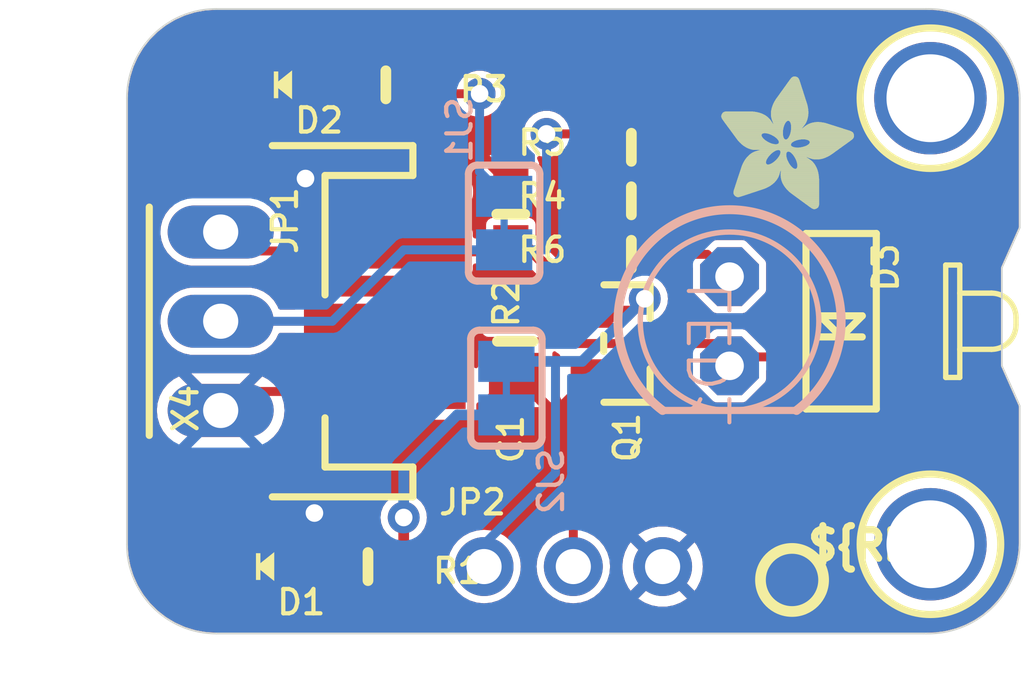
<source format=kicad_pcb>
(kicad_pcb (version 20221018) (generator pcbnew)
  (layers (0 "F.Cu" signal) (1 "In1.Cu" signal) (2 "In2.Cu" signal) (3 "In3.Cu" signal) (4 "In4.Cu" signal) (5 "In5.Cu" signal) (6 "In6.Cu" signal) (7 "In7.Cu" signal) (8 "In8.Cu" signal) (9 "In9.Cu" signal) (10 "In10.Cu" signal) (11 "In11.Cu" signal) (12 "In12.Cu" signal) (13 "In13.Cu" signal) (14 "In14.Cu" signal) (31 "B.Cu" signal) (34 "B.Paste" user) (35 "F.Paste" user) (36 "B.SilkS" user "B.Silkscreen") (37 "F.SilkS" user "F.Silkscreen") (38 "B.Mask" user) (39 "F.Mask" user) (44 "Edge.Cuts" user))
  (net 0 "")
  (net 1 "GND")
  (net 2 "SIGNAL")
  (net 3 "N$26")
  (net 4 "VIN")
  (net 5 "N$1")
  (net 6 "N$3")
  (net 7 "N$2")
  (net 8 "N$4")
  (net 9 "N$5")
  (net 10 "N$6")
  (net 11 "N$7")
  (footprint "working:SOT23-WIDE" (layer "F.Cu") (at 150.0251 105.6386 -90)
    (fp_text reference "Q1" (at 1.905 0 90) (layer "F.SilkS") (effects (font (size 0.692831 0.692831) (thickness 0.119969)) (justify right)))
    (fp_text value "AO3406")
    (pad "1" smd rect (at -0.95 1 270) (size 1 1.2) (layers "F.Cu" "F.Paste" "F.Mask") (net 2 "SIGNAL"))
    (pad "2" smd rect (at 0.95 1 270) (size 1 1.2) (layers "F.Cu" "F.Paste" "F.Mask") (net 1 "GND"))
    (pad "3" smd rect (at 0 -1 270) (size 1 1.2) (layers "F.Cu" "F.Paste" "F.Mask") (net 8 "N$4"))
  )
  (footprint "working:FIDUCIAL_1MM" (layer "F.Cu") (at 160.2486 108.4961)
    (fp_text reference "FID3" hide)
    (fp_text value "FIDUCIAL_1MM" hide)
    (pad "1" smd roundrect (at 0 0) (size 1 1) (layers "F.Cu" "F.Mask") (roundrect_rratio 0.5))
  )
  (footprint "working:PLABEL1" (layer "F.Cu") (at 136.3091 112.3696)
    (fp_text reference "PLABEL1" hide)
    (fp_text value "" hide)
  )
  (footprint "working:CHIPLED_1206" (layer "F.Cu") (at 156.1211 105.0036 180)
    (fp_text reference "D3" (at -1.27 2.286 90) (layer "F.SilkS") (effects (font (size 0.692831 0.692831) (thickness 0.119969)) (justify right)))
    (fp_text value "1206 IR 940nm")
    (pad "A" smd rect (at 0 1.496 180) (size 1.5 1.5) (layers "F.Cu" "F.Paste" "F.Mask") (net 9 "N$5"))
    (pad "C" smd rect (at 0 -1.496 180) (size 1.5 1.5) (layers "F.Cu" "F.Paste" "F.Mask") (net 8 "N$4"))
  )
  (footprint "working:PLABEL2" (layer "F.Cu") (at 145.4531 110.9726)
    (fp_text reference "PLABEL2" hide)
    (fp_text value "" hide)
  )
  (footprint "working:JSTPH3" (layer "F.Cu") (at 140.4366 105.0036 90)
    (fp_text reference "X4" (at -3.2225 -2.9685 90) (layer "F.SilkS") (effects (font (size 0.692831 0.692831) (thickness 0.119969)) (justify left)))
    (fp_text value "JST PH 3")
    (pad "1" smd rect (at -2 2.7 90) (size 1 4.6) (layers "F.Cu" "F.Paste" "F.Mask") (net 1 "GND"))
    (pad "2" smd rect (at 0 2.7 90) (size 1 4.6) (layers "F.Cu" "F.Paste" "F.Mask") (net 4 "VIN"))
    (pad "3" smd rect (at 2 2.7 90) (size 1 4.6) (layers "F.Cu" "F.Paste" "F.Mask") (net 2 "SIGNAL"))
    (pad "NC1" smd rect (at -4.4 -2.5 180) (size 3.4 1.6) (layers "F.Cu" "F.Paste" "F.Mask"))
    (pad "NC2" smd rect (at 4.4 -2.5 180) (size 3.4 1.6) (layers "F.Cu" "F.Paste" "F.Mask"))
  )
  (footprint "working:0603-NO" (layer "F.Cu") (at 150.1521 103.0986 180)
    (fp_text reference "R6" (at 1.778 0.127) (layer "F.SilkS") (effects (font (size 0.692831 0.692831) (thickness 0.119969)) (justify right)))
    (fp_text value "22")
    (pad "1" smd rect (at -0.85 0 180) (size 1.075 1) (layers "F.Cu" "F.Paste" "F.Mask") (net 11 "N$7"))
    (pad "2" smd rect (at 0.85 0 180) (size 1.075 1) (layers "F.Cu" "F.Paste" "F.Mask") (net 4 "VIN"))
  )
  (footprint "working:0603-NO" (layer "F.Cu") (at 142.6591 111.9886)
    (fp_text reference "R1" (at 1.778 0.127) (layer "F.SilkS") (effects (font (size 0.692831 0.692831) (thickness 0.119969)) (justify left)))
    (fp_text value "10K")
    (pad "1" smd rect (at -0.85 0) (size 1.075 1) (layers "F.Cu" "F.Paste" "F.Mask") (net 7 "N$2"))
    (pad "2" smd rect (at 0.85 0) (size 1.075 1) (layers "F.Cu" "F.Paste" "F.Mask") (net 6 "N$3"))
  )
  (footprint "working:LED_1206_SIDE" (layer "F.Cu") (at 159.2961 105.0036 90)
    (fp_text reference "D4" hide)
    (fp_text value "1206 IR 940nm Side" hide)
    (pad "A" smd rect (at 1.4 0 90) (size 1 1) (layers "F.Cu" "F.Paste" "F.Mask") (net 10 "N$6"))
    (pad "C" smd rect (at -1.4 0 90) (size 1 1) (layers "F.Cu" "F.Paste" "F.Mask") (net 8 "N$4"))
    (pad "MT" smd rect (at 0 -0.3 90) (size 0.6 0.6) (layers "F.Cu" "F.Paste" "F.Mask"))
  )
  (footprint "working:PLABEL3" (layer "F.Cu") (at 146.8501 99.4156)
    (fp_text reference "PLABEL3" hide)
    (fp_text value "" hide)
  )
  (footprint "working:CHIPLED_0603_NOOUTLINE" (layer "F.Cu") (at 139.7381 111.9886 90)
    (fp_text reference "D1" (at -1.016 1.778) (layer "F.SilkS") (effects (font (size 0.692831 0.692831) (thickness 0.119969)) (justify right)))
    (fp_text value "RED")
    (pad "A" smd rect (at 0 0.75 90) (size 0.8 0.8) (layers "F.Cu" "F.Paste" "F.Mask") (net 7 "N$2"))
    (pad "C" smd rect (at 0 -0.75 90) (size 0.8 0.8) (layers "F.Cu" "F.Paste" "F.Mask") (net 1 "GND"))
  )
  (footprint "working:0805-NO" (layer "F.Cu") (at 146.8501 105.5751 -90)
    (fp_text reference "C1" (at 2.032 0.127 90) (layer "F.SilkS") (effects (font (size 0.692831 0.692831) (thickness 0.119969)) (justify right)))
    (fp_text value "10uF")
    (pad "1" smd rect (at -0.95 0 270) (size 1.24 1.5) (layers "F.Cu" "F.Paste" "F.Mask") (net 4 "VIN"))
    (pad "2" smd rect (at 0.95 0 270) (size 1.24 1.5) (layers "F.Cu" "F.Paste" "F.Mask") (net 1 "GND"))
  )
  (footprint "working:PLABEL0" (layer "F.Cu") (at 136.4361 98.7806)
    (fp_text reference "PLABEL0" hide)
    (fp_text value "" hide)
  )
  (footprint "working:MOUNTINGHOLE_2.5_PLATED" (layer "F.Cu") (at 158.6611 111.3536)
    (fp_text reference "U$1" hide)
    (fp_text value "MOUNTINGHOLE2.5" hide)
    (pad "P$1" thru_hole circle (at 0 0) (size 3.2 3.2) (drill 2.5) (layers "*.Cu" "*.Mask"))
    (zone (net 0) (net_name "") (layer "F.Cu") (connect_pads (clearance 0)) (min_thickness 0.25)
      (keepout (tracks not_allowed) (vias not_allowed) (pads not_allowed) (copperpour not_allowed) (footprints allowed))
      (fill (thermal_gap 0.5) (thermal_bridge_width 0.5))
      (polygon (pts (xy 160.6771 111.3536) (xy 160.65748 111.073027) (xy 160.599004 110.797915) (xy 160.502808 110.533619) (xy 160.370765 110.285283) (xy 160.205446 110.05774) (xy 160.010067 109.85542) (xy 159.788433 109.68226) (xy 159.544856 109.541631) (xy 159.284078 109.43627) (xy 159.011175 109.368228) (xy 158.731457 109.338828) (xy 158.450371 109.348644) (xy 158.173385 109.397484) (xy 157.905893 109.484397) (xy 157.6531 109.607693) (xy 157.419926 109.76497) (xy 157.210911 109.953169) (xy 157.030122 110.168625) (xy 156.881078 110.407145) (xy 156.76668 110.664087) (xy 156.689154 110.93445) (xy 156.650011 111.212971) (xy 156.650011 111.494229) (xy 156.689154 111.77275) (xy 156.76668 112.043113) (xy 156.881078 112.300055) (xy 157.030122 112.538575) (xy 157.210911 112.754031) (xy 157.419926 112.94223) (xy 157.6531 113.099507) (xy 157.905893 113.222803) (xy 158.173385 113.309716) (xy 158.450371 113.358556) (xy 158.731457 113.368372) (xy 159.011175 113.338972) (xy 159.284078 113.27093) (xy 159.544856 113.165569) (xy 159.788433 113.02494) (xy 160.010067 112.85178) (xy 160.205446 112.64946) (xy 160.370765 112.421917) (xy 160.502808 112.173581) (xy 160.599004 111.909285) (xy 160.65748 111.634173)))
      (polygon (pts (xy 158.6451 111.3536) (xy 158.649786 111.364914) (xy 158.6611 111.3696) (xy 158.672414 111.364914) (xy 158.6771 111.3536) (xy 158.672414 111.342286) (xy 158.6611 111.3376) (xy 158.649786 111.342286)))
    )
    (zone (net 0) (net_name "") (layer "B.Cu") (connect_pads (clearance 0)) (min_thickness 0.25)
      (keepout (tracks not_allowed) (vias not_allowed) (pads not_allowed) (copperpour not_allowed) (footprints allowed))
      (fill (thermal_gap 0.5) (thermal_bridge_width 0.5))
      (polygon (pts (xy 160.6771 111.3536) (xy 160.65748 111.073027) (xy 160.599004 110.797915) (xy 160.502808 110.533619) (xy 160.370765 110.285283) (xy 160.205446 110.05774) (xy 160.010067 109.85542) (xy 159.788433 109.68226) (xy 159.544856 109.541631) (xy 159.284078 109.43627) (xy 159.011175 109.368228) (xy 158.731457 109.338828) (xy 158.450371 109.348644) (xy 158.173385 109.397484) (xy 157.905893 109.484397) (xy 157.6531 109.607693) (xy 157.419926 109.76497) (xy 157.210911 109.953169) (xy 157.030122 110.168625) (xy 156.881078 110.407145) (xy 156.76668 110.664087) (xy 156.689154 110.93445) (xy 156.650011 111.212971) (xy 156.650011 111.494229) (xy 156.689154 111.77275) (xy 156.76668 112.043113) (xy 156.881078 112.300055) (xy 157.030122 112.538575) (xy 157.210911 112.754031) (xy 157.419926 112.94223) (xy 157.6531 113.099507) (xy 157.905893 113.222803) (xy 158.173385 113.309716) (xy 158.450371 113.358556) (xy 158.731457 113.368372) (xy 159.011175 113.338972) (xy 159.284078 113.27093) (xy 159.544856 113.165569) (xy 159.788433 113.02494) (xy 160.010067 112.85178) (xy 160.205446 112.64946) (xy 160.370765 112.421917) (xy 160.502808 112.173581) (xy 160.599004 111.909285) (xy 160.65748 111.634173)))
      (polygon (pts (xy 158.6451 111.3536) (xy 158.649786 111.364914) (xy 158.6611 111.3696) (xy 158.672414 111.364914) (xy 158.6771 111.3536) (xy 158.672414 111.342286) (xy 158.6611 111.3376) (xy 158.649786 111.342286)))
    )
  )
  (footprint "working:PCBFEAT-REV-040" (layer "F.Cu") (at 154.7241 112.3696 180)
    (fp_text reference "U$5" hide)
    (fp_text value "" hide)
    (fp_text user "${REV}" (at -0.3556 0.508 180) (layer "F.SilkS") (effects (font (size 0.8128 0.8128) (thickness 0.2032)) (justify left bottom)))
  )
  (footprint "working:0603-NO" (layer "F.Cu") (at 150.1521 101.5746 180)
    (fp_text reference "R4" (at 1.778 0.127) (layer "F.SilkS") (effects (font (size 0.692831 0.692831) (thickness 0.119969)) (justify right)))
    (fp_text value "22")
    (pad "1" smd rect (at -0.85 0 180) (size 1.075 1) (layers "F.Cu" "F.Paste" "F.Mask") (net 9 "N$5"))
    (pad "2" smd rect (at 0.85 0 180) (size 1.075 1) (layers "F.Cu" "F.Paste" "F.Mask") (net 4 "VIN"))
  )
  (footprint "working:CHIPLED_0603_NOOUTLINE" (layer "F.Cu") (at 140.2461 98.2726 90)
    (fp_text reference "D2" (at -1.016 1.778) (layer "F.SilkS") (effects (font (size 0.692831 0.692831) (thickness 0.119969)) (justify right)))
    (fp_text value "GREEN")
    (pad "A" smd rect (at 0 0.75 90) (size 0.8 0.8) (layers "F.Cu" "F.Paste" "F.Mask") (net 3 "N$26"))
    (pad "C" smd rect (at 0 -0.75 90) (size 0.8 0.8) (layers "F.Cu" "F.Paste" "F.Mask") (net 1 "GND"))
  )
  (footprint "working:FIDUCIAL_1MM" (layer "F.Cu") (at 144.9451 101.3206)
    (fp_text reference "FID2" hide)
    (fp_text value "FIDUCIAL_1MM" hide)
    (pad "1" smd roundrect (at 0 0) (size 1 1) (layers "F.Cu" "F.Mask") (roundrect_rratio 0.5))
  )
  (footprint "working:MOUNTINGHOLE_2.5_PLATED" (layer "F.Cu") (at 158.6611 98.6536)
    (fp_text reference "U$8" hide)
    (fp_text value "MOUNTINGHOLE2.5" hide)
    (pad "P$1" thru_hole circle (at 0 0) (size 3.2 3.2) (drill 2.5) (layers "*.Cu" "*.Mask"))
    (zone (net 0) (net_name "") (layer "F.Cu") (connect_pads (clearance 0)) (min_thickness 0.25)
      (keepout (tracks not_allowed) (vias not_allowed) (pads not_allowed) (copperpour not_allowed) (footprints allowed))
      (fill (thermal_gap 0.5) (thermal_bridge_width 0.5))
      (polygon (pts (xy 160.6771 98.6536) (xy 160.65748 98.373027) (xy 160.599004 98.097915) (xy 160.502808 97.833619) (xy 160.370765 97.585283) (xy 160.205446 97.35774) (xy 160.010067 97.15542) (xy 159.788433 96.98226) (xy 159.544856 96.841631) (xy 159.284078 96.73627) (xy 159.011175 96.668228) (xy 158.731457 96.638828) (xy 158.450371 96.648644) (xy 158.173385 96.697484) (xy 157.905893 96.784397) (xy 157.6531 96.907693) (xy 157.419926 97.06497) (xy 157.210911 97.253169) (xy 157.030122 97.468625) (xy 156.881078 97.707145) (xy 156.76668 97.964087) (xy 156.689154 98.23445) (xy 156.650011 98.512971) (xy 156.650011 98.794229) (xy 156.689154 99.07275) (xy 156.76668 99.343113) (xy 156.881078 99.600055) (xy 157.030122 99.838575) (xy 157.210911 100.054031) (xy 157.419926 100.24223) (xy 157.6531 100.399507) (xy 157.905893 100.522803) (xy 158.173385 100.609716) (xy 158.450371 100.658556) (xy 158.731457 100.668372) (xy 159.011175 100.638972) (xy 159.284078 100.57093) (xy 159.544856 100.465569) (xy 159.788433 100.32494) (xy 160.010067 100.15178) (xy 160.205446 99.94946) (xy 160.370765 99.721917) (xy 160.502808 99.473581) (xy 160.599004 99.209285) (xy 160.65748 98.934173)))
      (polygon (pts (xy 158.6451 98.6536) (xy 158.649786 98.664914) (xy 158.6611 98.6696) (xy 158.672414 98.664914) (xy 158.6771 98.6536) (xy 158.672414 98.642286) (xy 158.6611 98.6376) (xy 158.649786 98.642286)))
    )
    (zone (net 0) (net_name "") (layer "B.Cu") (connect_pads (clearance 0)) (min_thickness 0.25)
      (keepout (tracks not_allowed) (vias not_allowed) (pads not_allowed) (copperpour not_allowed) (footprints allowed))
      (fill (thermal_gap 0.5) (thermal_bridge_width 0.5))
      (polygon (pts (xy 160.6771 98.6536) (xy 160.65748 98.373027) (xy 160.599004 98.097915) (xy 160.502808 97.833619) (xy 160.370765 97.585283) (xy 160.205446 97.35774) (xy 160.010067 97.15542) (xy 159.788433 96.98226) (xy 159.544856 96.841631) (xy 159.284078 96.73627) (xy 159.011175 96.668228) (xy 158.731457 96.638828) (xy 158.450371 96.648644) (xy 158.173385 96.697484) (xy 157.905893 96.784397) (xy 157.6531 96.907693) (xy 157.419926 97.06497) (xy 157.210911 97.253169) (xy 157.030122 97.468625) (xy 156.881078 97.707145) (xy 156.76668 97.964087) (xy 156.689154 98.23445) (xy 156.650011 98.512971) (xy 156.650011 98.794229) (xy 156.689154 99.07275) (xy 156.76668 99.343113) (xy 156.881078 99.600055) (xy 157.030122 99.838575) (xy 157.210911 100.054031) (xy 157.419926 100.24223) (xy 157.6531 100.399507) (xy 157.905893 100.522803) (xy 158.173385 100.609716) (xy 158.450371 100.658556) (xy 158.731457 100.668372) (xy 159.011175 100.638972) (xy 159.284078 100.57093) (xy 159.544856 100.465569) (xy 159.788433 100.32494) (xy 160.010067 100.15178) (xy 160.205446 99.94946) (xy 160.370765 99.721917) (xy 160.502808 99.473581) (xy 160.599004 99.209285) (xy 160.65748 98.934173)))
      (polygon (pts (xy 158.6451 98.6536) (xy 158.649786 98.664914) (xy 158.6611 98.6696) (xy 158.672414 98.664914) (xy 158.6771 98.6536) (xy 158.672414 98.642286) (xy 158.6611 98.6376) (xy 158.649786 98.642286)))
    )
  )
  (footprint "working:1X03_OVAL" (layer "F.Cu") (at 138.4681 105.0036 -90)
    (fp_text reference "JP1" (at -3.8862 -1.8288 90) (layer "F.SilkS") (effects (font (size 0.692831 0.692831) (thickness 0.119969)) (justify right)))
    (fp_text value "0.1\" Header")
    (pad "1" thru_hole oval (at -2.54 0) (size 3.016 1.508) (drill 1) (layers "*.Cu" "*.Mask") (net 2 "SIGNAL"))
    (pad "2" thru_hole oval (at 0 0) (size 3.016 1.508) (drill 1) (layers "*.Cu" "*.Mask") (net 4 "VIN"))
    (pad "3" thru_hole oval (at 2.54 0) (size 3.016 1.508) (drill 1) (layers "*.Cu" "*.Mask") (net 1 "GND"))
  )
  (footprint "working:0603-NO" (layer "F.Cu") (at 143.1671 98.2726)
    (fp_text reference "R3" (at 2.032 0.127) (layer "F.SilkS") (effects (font (size 0.692831 0.692831) (thickness 0.119969)) (justify left)))
    (fp_text value "33K")
    (pad "1" smd rect (at -0.85 0) (size 1.075 1) (layers "F.Cu" "F.Paste" "F.Mask") (net 3 "N$26"))
    (pad "2" smd rect (at 0.85 0) (size 1.075 1) (layers "F.Cu" "F.Paste" "F.Mask") (net 5 "N$1"))
  )
  (footprint "working:1X03_ROUND" (layer "F.Cu") (at 148.5011 111.9886)
    (fp_text reference "JP2" (at -3.8862 -1.8288) (layer "F.SilkS") (effects (font (size 0.692831 0.692831) (thickness 0.119969)) (justify left)))
    (fp_text value "0.1\" Header")
    (pad "1" thru_hole circle (at -2.54 0 90) (size 1.6764 1.6764) (drill 1) (layers "*.Cu" "*.Mask") (net 2 "SIGNAL"))
    (pad "2" thru_hole circle (at 0 0 90) (size 1.6764 1.6764) (drill 1) (layers "*.Cu" "*.Mask") (net 4 "VIN"))
    (pad "3" thru_hole circle (at 2.54 0 90) (size 1.6764 1.6764) (drill 1) (layers "*.Cu" "*.Mask") (net 1 "GND"))
  )
  (footprint "working:0603-NO" (layer "F.Cu") (at 150.1521 100.0506 180)
    (fp_text reference "R5" (at 1.778 0.127) (layer "F.SilkS") (effects (font (size 0.692831 0.692831) (thickness 0.119969)) (justify right)))
    (fp_text value "22")
    (pad "1" smd rect (at -0.85 0 180) (size 1.075 1) (layers "F.Cu" "F.Paste" "F.Mask") (net 10 "N$6"))
    (pad "2" smd rect (at 0.85 0 180) (size 1.075 1) (layers "F.Cu" "F.Paste" "F.Mask") (net 4 "VIN"))
  )
  (footprint "working:0603-NO" (layer "F.Cu") (at 146.7231 101.9556 -90)
    (fp_text reference "R2" (at 1.778 0.127 90) (layer "F.SilkS") (effects (font (size 0.692831 0.692831) (thickness 0.119969)) (justify right)))
    (fp_text value "10K")
    (pad "1" smd rect (at -0.85 0 270) (size 1.075 1) (layers "F.Cu" "F.Paste" "F.Mask") (net 1 "GND"))
    (pad "2" smd rect (at 0.85 0 270) (size 1.075 1) (layers "F.Cu" "F.Paste" "F.Mask") (net 2 "SIGNAL"))
  )
  (footprint "working:ADAFRUIT_3.5MM" (layer "F.Cu") (at 152.6921 101.8286)
    (fp_text reference "U$10" hide)
    (fp_text value "" hide)
  )
  (footprint "working:PLABEL11" (layer "B.Cu") (at 137.8331 99.6696 180)
    (fp_text reference "PLABEL11" hide)
    (fp_text value "" hide)
  )
  (footprint "working:PLABEL13" (layer "B.Cu") (at 147.2311 110.4646 180)
    (fp_text reference "PLABEL13" hide)
    (fp_text value "" hide)
  )
  (footprint "working:SOLDERJUMPER_CLOSEDWIRE" (layer "B.Cu") (at 146.5326 102.2096 -90)
    (fp_text reference "SJ1" (at -1.651 1.27 -270) (layer "B.SilkS") (effects (font (size 0.692831 0.692831) (thickness 0.119969)) (justify right mirror)))
    (fp_text value "")
    (pad "1" smd rect (at -0.762 0 270) (size 1.1684 1.6002) (layers "B.Cu") (net 5 "N$1"))
    (pad "2" smd rect (at 0.762 0 270) (size 1.1684 1.6002) (layers "B.Cu") (net 4 "VIN"))
    (pad "WIRE" smd rect (at 0 0 90) (size 0.635 0.2032) (layers "B.Cu"))
  )
  (footprint "working:PLABEL6" (layer "B.Cu") (at 147.8661 103.3526 90)
    (fp_text reference "PLABEL6" hide)
    (fp_text value "" hide)
  )
  (footprint "working:PLABEL9" (layer "B.Cu") (at 140.2461 107.5436 180)
    (fp_text reference "PLABEL9" hide)
    (fp_text value "" hide)
  )
  (footprint "working:LED5MM" (layer "B.Cu") (at 152.9461 105.0036 -90)
    (fp_text reference "LED1" (at 3.175 0.5334 -270) (layer "B.SilkS") (effects (font (size 1.1557 1.1557) (thickness 0.1143)) (justify right mirror)))
    (fp_text value "5mm")
    (pad "A" thru_hole roundrect (at -1.27 0 270) (size 1.6764 1.6764) (drill 0.8128) (layers "*.Cu" "*.Mask") (chamfer_ratio 0.2928932188) (chamfer top_left top_right bottom_left bottom_right) (net 11 "N$7"))
    (pad "K" thru_hole roundrect (at 1.27 0 270) (size 1.6764 1.6764) (drill 0.8128) (layers "*.Cu" "*.Mask") (chamfer_ratio 0.2928932188) (chamfer top_left top_right bottom_left bottom_right) (net 8 "N$4"))
  )
  (footprint "working:PLABEL7" (layer "B.Cu") (at 140.2461 102.4636 180)
    (fp_text reference "PLABEL7" hide)
    (fp_text value "" hide)
  )
  (footprint "working:PLABEL5" (layer "B.Cu") (at 148.2471 108.0516 90)
    (fp_text reference "PLABEL5" hide)
    (fp_text value "" hide)
  )
  (footprint "working:SOLDERJUMPER_CLOSEDWIRE" (layer "B.Cu") (at 146.5961 106.9086 90)
    (fp_text reference "SJ2" (at -1.651 1.27 90) (layer "B.SilkS") (effects (font (size 0.692831 0.692831) (thickness 0.119969)) (justify left mirror)))
    (fp_text value "")
    (pad "1" smd rect (at -0.762 0 90) (size 1.1684 1.6002) (layers "B.Cu") (net 6 "N$3"))
    (pad "2" smd rect (at 0.762 0 90) (size 1.1684 1.6002) (layers "B.Cu") (net 2 "SIGNAL"))
    (pad "WIRE" smd rect (at 0 0 270) (size 0.635 0.2032) (layers "B.Cu"))
  )
  (footprint "working:PLABEL4" (layer "B.Cu") (at 156.7561 108.8136 90)
    (fp_text reference "PLABEL4" hide)
    (fp_text value "" hide)
  )
  (footprint "working:PLABEL8" (layer "B.Cu") (at 140.2461 105.0036 180)
    (fp_text reference "PLABEL8" hide)
    (fp_text value "" hide)
  )
  (footprint "working:PLABEL10" (layer "B.Cu") (at 137.5791 97.2566 180)
    (fp_text reference "PLABEL10" hide)
    (fp_text value "" hide)
  )
  (footprint "working:PLABEL14" (layer "B.Cu") (at 149.7711 110.4646 180)
    (fp_text reference "PLABEL14" hide)
    (fp_text value "" hide)
  )
  (footprint "working:PLABEL00" (layer "B.Cu") (at 145.1991 110.4646 180)
    (fp_text reference "PLABEL00" hide)
    (fp_text value "" hide)
  )
  (gr_line (start 161.2011 107.4166) (end 160.6931 106.2736) (stroke (width 0.05)) (layer "Edge.Cuts"))
  (gr_arc (start 161.2011 111.3536) (mid 160.393651 113.175954) (end 158.5341 113.8936) (stroke (width 0.05)) (layer "Edge.Cuts"))
  (gr_arc (start 135.8011 98.6536) (mid 136.545049 96.857549) (end 138.3411 96.1136) (stroke (width 0.05)) (layer "Edge.Cuts"))
  (gr_line (start 160.6931 103.4796) (end 161.2011 102.3366) (stroke (width 0.05)) (layer "Edge.Cuts"))
  (gr_line (start 158.5341 96.1136) (end 138.3411 96.1136) (stroke (width 0.05)) (layer "Edge.Cuts"))
  (gr_line (start 138.3411 113.8936) (end 158.5341 113.8936) (stroke (width 0.05)) (layer "Edge.Cuts"))
  (gr_arc (start 138.3411 113.8936) (mid 136.545049 113.149651) (end 135.8011 111.3536) (stroke (width 0.05)) (layer "Edge.Cuts"))
  (gr_line (start 161.2011 102.3366) (end 161.2011 98.6536) (stroke (width 0.05)) (layer "Edge.Cuts"))
  (gr_arc (start 158.5341 96.1136) (mid 160.393651 96.831246) (end 161.2011 98.6536) (stroke (width 0.05)) (layer "Edge.Cuts"))
  (gr_line (start 135.8011 98.6536) (end 135.8011 111.3536) (stroke (width 0.05)) (layer "Edge.Cuts"))
  (gr_line (start 160.6931 106.2736) (end 160.6931 103.4796) (stroke (width 0.05)) (layer "Edge.Cuts"))
  (gr_line (start 161.2011 111.3536) (end 161.2011 107.4166) (stroke (width 0.05)) (layer "Edge.Cuts"))
  (segment (start 139.0081 107.0036) (end 138.4681 107.5436) (width 0.254) (layer "F.Cu") (net 1))
  (segment (start 143.1366 107.0036) (end 139.0081 107.0036) (width 0.254) (layer "F.Cu") (net 1))
  (via (at 141.1351 110.4646) (size 0.9064) (drill 0.5) (layers "F.Cu" "B.Cu") (net 1))
  (via (at 140.8811 100.9396) (size 0.9064) (drill 0.5) (layers "F.Cu" "B.Cu") (net 1))
  (segment (start 150.0251 104.8727) (end 150.5331 104.3647) (width 0.3048) (layer "F.Cu") (net 2))
  (segment (start 146.7231 102.8056) (end 146.7231 103.0036) (width 0.3048) (layer "F.Cu") (net 2))
  (segment (start 139.0081 103.0036) (end 138.4681 102.4636) (width 0.254) (layer "F.Cu") (net 2))
  (segment (start 149.1712 104.8727) (end 147.1041 102.8056) (width 0.3048) (layer "F.Cu") (net 2))
  (segment (start 143.1366 103.0036) (end 146.7231 103.0036) (width 0.3048) (layer "F.Cu") (net 2))
  (segment (start 146.7231 102.8056) (end 147.1041 102.8056) (width 0.3048) (layer "F.Cu") (net 2))
  (segment (start 150.2092 104.6886) (end 149.0251 104.6886) (width 0.254) (layer "F.Cu") (net 2))
  (segment (start 150.0251 104.8727) (end 149.1712 104.8727) (width 0.3048) (layer "F.Cu") (net 2))
  (segment (start 143.1366 103.0036) (end 139.0081 103.0036) (width 0.254) (layer "F.Cu") (net 2))
  (segment (start 150.5331 104.3647) (end 150.2092 104.6886) (width 0.254) (layer "F.Cu") (net 2))
  (via (at 150.5331 104.3647) (size 0.9064) (drill 0.5) (layers "F.Cu" "B.Cu") (net 2))
  (segment (start 145.9611 111.9886) (end 145.9611 111.3536) (width 0.254) (layer "B.Cu") (net 2))
  (segment (start 147.9931 106.1466) (end 148.7512 106.1466) (width 0.3048) (layer "B.Cu") (net 2))
  (segment (start 145.9611 111.3536) (end 147.9931 109.3216) (width 0.254) (layer "B.Cu") (net 2))
  (segment (start 150.5331 104.3647) (end 148.7512 106.1466) (width 0.3048) (layer "B.Cu") (net 2))
  (segment (start 146.5961 106.1466) (end 147.9931 106.1466) (width 0.3048) (layer "B.Cu") (net 2))
  (segment (start 147.9931 109.3216) (end 147.9931 106.1466) (width 0.254) (layer "B.Cu") (net 2))
  (segment (start 140.9961 98.2726) (end 142.3171 98.2726) (width 0.254) (layer "F.Cu") (net 3))
  (segment (start 146.7231 104.6251) (end 146.8501 104.6251) (width 0.254) (layer "F.Cu") (net 4))
  (segment (start 150.0949 108.4898) (end 150.0949 105.8354) (width 0.254) (layer "F.Cu") (net 4))
  (segment (start 147.2311 105.1331) (end 146.7231 104.6251) (width 0.254) (layer "F.Cu") (net 4))
  (segment (start 150.0949 105.8354) (end 149.8981 105.6386) (width 0.254) (layer "F.Cu") (net 4))
  (segment (start 148.5011 110.0836) (end 150.0949 108.4898) (width 0.254) (layer "F.Cu") (net 4))
  (segment (start 149.3021 101.5746) (end 149.3021 103.0986) (width 0.254) (layer "F.Cu") (net 4))
  (segment (start 149.3021 100.0506) (end 148.9211 99.6696) (width 0.254) (layer "F.Cu") (net 4))
  (segment (start 147.2286 105.0036) (end 147.3581 105.1331) (width 0.254) (layer "F.Cu") (net 4))
  (segment (start 148.5011 111.9886) (end 148.5011 110.0836) (width 0.254) (layer "F.Cu") (net 4))
  (segment (start 149.8981 105.6386) (end 148.2446 105.6386) (width 0.254) (layer "F.Cu") (net 4))
  (segment (start 147.7391 105.1331) (end 147.3581 105.1331) (width 0.254) (layer "F.Cu") (net 4))
  (segment (start 149.3021 100.0506) (end 149.3021 101.5746) (width 0.254) (layer "F.Cu") (net 4))
  (segment (start 138.4681 105.0036) (end 143.1366 105.0036) (width 0.254) (layer "F.Cu") (net 4))
  (segment (start 148.9211 99.6696) (end 147.7391 99.6696) (width 0.254) (layer "F.Cu") (net 4))
  (segment (start 143.1366 105.0036) (end 147.2286 105.0036) (width 0.254) (layer "F.Cu") (net 4))
  (segment (start 148.2446 105.6386) (end 147.7391 105.1331) (width 0.254) (layer "F.Cu") (net 4))
  (segment (start 147.3581 105.1331) (end 147.2311 105.1331) (width 0.254) (layer "F.Cu") (net 4))
  (via (at 147.7391 99.6696) (size 0.9064) (drill 0.5) (layers "F.Cu" "B.Cu") (net 4))
  (segment (start 147.7391 99.6696) (end 147.7391 102.9716) (width 0.254) (layer "B.Cu") (net 4))
  (segment (start 141.6431 105.0036) (end 138.4681 105.0036) (width 0.254) (layer "B.Cu") (net 4))
  (segment (start 146.5326 102.9716) (end 143.6751 102.9716) (width 0.254) (layer "B.Cu") (net 4))
  (segment (start 143.6751 102.9716) (end 141.6431 105.0036) (width 0.254) (layer "B.Cu") (net 4))
  (segment (start 146.5326 102.9716) (end 147.7391 102.9716) (width 0.254) (layer "B.Cu") (net 4))
  (segment (start 144.0171 98.2726) (end 144.2711 98.5266) (width 0.254) (layer "F.Cu") (net 5))
  (segment (start 145.8341 98.5266) (end 144.2711 98.5266) (width 0.254) (layer "F.Cu") (net 5))
  (via (at 145.8341 98.5266) (size 0.9064) (drill 0.5) (layers "F.Cu" "B.Cu") (net 5))
  (segment (start 145.8341 100.7491) (end 146.5326 101.4476) (width 0.254) (layer "B.Cu") (net 5))
  (segment (start 145.8341 98.5266) (end 145.8341 100.7491) (width 0.254) (layer "B.Cu") (net 5))
  (segment (start 143.6751 110.5916) (end 143.6751 111.9886) (width 0.3048) (layer "F.Cu") (net 6))
  (segment (start 143.5091 111.9886) (end 143.6751 111.9886) (width 0.3048) (layer "F.Cu") (net 6))
  (via (at 143.6751 110.5916) (size 0.9064) (drill 0.5) (layers "F.Cu" "B.Cu") (net 6))
  (segment (start 143.6751 110.5916) (end 143.6751 109.1946) (width 0.3048) (layer "B.Cu") (net 6))
  (segment (start 146.5961 107.6706) (end 145.1991 107.6706) (width 0.3048) (layer "B.Cu") (net 6))
  (segment (start 145.1991 107.6706) (end 143.6751 109.1946) (width 0.3048) (layer "B.Cu") (net 6))
  (segment (start 141.8091 111.9886) (end 140.4881 111.9886) (width 0.3048) (layer "F.Cu") (net 7))
  (segment (start 152.9461 106.0196) (end 152.9461 105.6386) (width 0.254) (layer "F.Cu") (net 8))
  (segment (start 159.2001 106.4996) (end 159.2961 106.4036) (width 0.254) (layer "F.Cu") (net 8))
  (segment (start 156.1211 106.4996) (end 159.2001 106.4996) (width 0.254) (layer "F.Cu") (net 8))
  (segment (start 152.9461 106.2736) (end 152.9461 106.0196) (width 0.254) (layer "F.Cu") (net 8))
  (segment (start 151.0251 105.6386) (end 152.9461 105.6386) (width 0.254) (layer "F.Cu") (net 8))
  (segment (start 155.6411 106.0196) (end 156.1211 106.4996) (width 0.254) (layer "F.Cu") (net 8))
  (segment (start 152.9461 106.0196) (end 155.6411 106.0196) (width 0.254) (layer "F.Cu") (net 8))
  (segment (start 151.0021 101.5746) (end 154.1881 101.5746) (width 0.254) (layer "F.Cu") (net 9))
  (segment (start 154.1881 101.5746) (end 156.1211 103.5076) (width 0.254) (layer "F.Cu") (net 9))
  (segment (start 154.9781 100.0506) (end 158.5311 103.6036) (width 0.254) (layer "F.Cu") (net 10))
  (segment (start 151.0021 100.0506) (end 154.9781 100.0506) (width 0.254) (layer "F.Cu") (net 10))
  (segment (start 158.5311 103.6036) (end 159.2961 103.6036) (width 0.254) (layer "F.Cu") (net 10))
  (segment (start 151.0021 103.0986) (end 152.3111 103.0986) (width 0.254) (layer "F.Cu") (net 11))
  (segment (start 152.3111 103.0986) (end 152.9461 103.7336) (width 0.254) (layer "F.Cu") (net 11))
  (zone (net 1) (net_name "GND") (layer "F.Cu") (priority 6) (connect_pads (clearance 0.000001)) (min_thickness 0.127) (fill yes (thermal_gap 0.304) (thermal_bridge_width 0.304))
    (polygon (pts (xy 161.3281 114.0206) (xy 135.6741 114.0206) (xy 135.6741 95.9866) (xy 161.3281 95.9866)))
  )
  (zone (net 1) (net_name "GND") (layer "B.Cu") (priority 6) (connect_pads (clearance 0.000001)) (min_thickness 0.127) (fill yes (thermal_gap 0.304) (thermal_bridge_width 0.304))
    (polygon (pts (xy 161.3281 114.0206) (xy 135.6741 114.0206) (xy 135.6741 95.9866) (xy 161.3281 95.9866)))
  )
)
</source>
